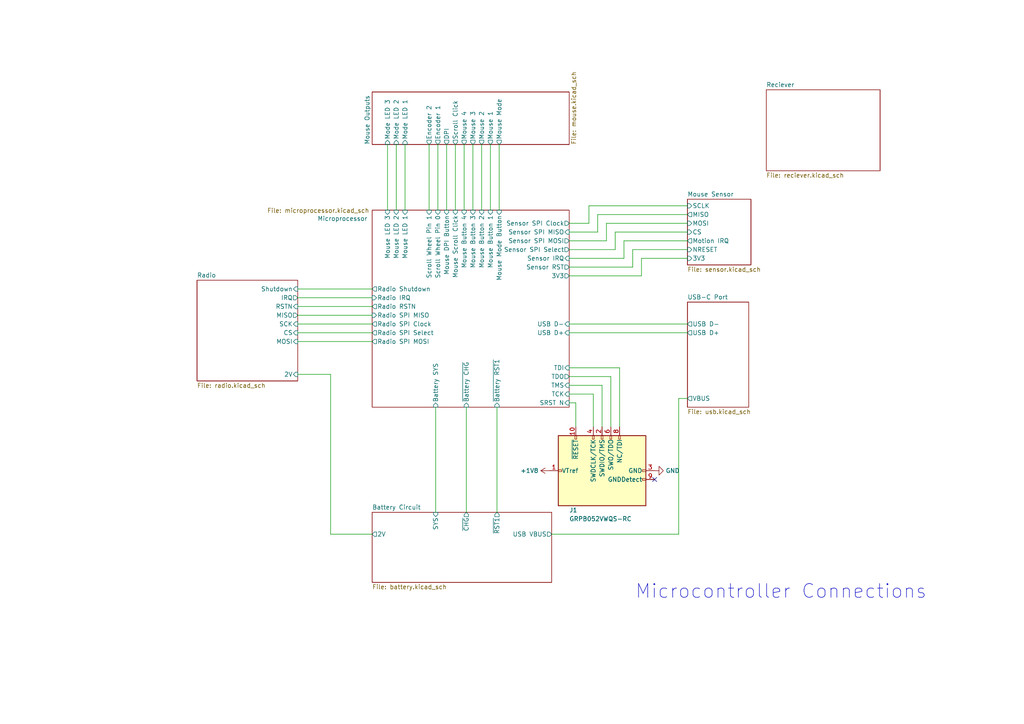
<source format=kicad_sch>
(kicad_sch (version 20211123) (generator eeschema)
  (paper "A4")
  (lib_symbols
    (symbol "Connector:Conn_ARM_JTAG_SWD_10" (pin_names (offset 1.016))
      (property "Reference" "J" (at -2.54 16.51 0))
      (property "Value" "Conn_ARM_JTAG_SWD_10" (at -2.54 13.97 0))
      (symbol "Conn_ARM_JTAG_SWD_10_0_1"
        (rectangle (start -10.16 12.7) (end 10.16 -12.7) (stroke (width 0.254)) (fill (type background)))
        (rectangle (start -2.794 -12.7) (end -2.286 -11.684))
        (rectangle (start -0.254 -12.7) (end 0.254 -11.684))
        (rectangle (start -0.254 12.7) (end 0.254 11.684))
        (rectangle (start 9.144 2.286) (end 10.16 2.794))
        (rectangle (start 10.16 -2.794) (end 9.144 -2.286))
        (rectangle (start 10.16 -0.254) (end 9.144 0.254))
        (rectangle (start 10.16 7.874) (end 9.144 7.366))
      )
      (symbol "Conn_ARM_JTAG_SWD_10_1_1"
        (rectangle (start 9.144 -5.334) (end 10.16 -4.826))
        (pin power_in line (at 0 15.24 270) (length 2.54) (name "VTref") (number "1"))
        (pin open_collector line (at 12.7 7.62 180) (length 2.54) (name "~{RESET}") (number "10"))
        (pin bidirectional line (at 12.7 0 180) (length 2.54) (name "SWDIO/TMS") (number "2"))
        (pin power_in line (at 0 -15.24 90) (length 2.54) (name "GND") (number "3"))
        (pin output line (at 12.7 2.54 180) (length 2.54) (name "SWDCLK/TCK") (number "4"))
        (pin passive line (at 0 -15.24 90) (length 2.54) hide (name "GND") (number "5"))
        (pin input line (at 12.7 -2.54 180) (length 2.54) (name "SWO/TDO") (number "6"))
        (pin no_connect line (at -10.16 0 0) (length 2.54) hide (name "KEY") (number "7"))
        (pin output line (at 12.7 -5.08 180) (length 2.54) (name "NC/TDI") (number "8"))
        (pin passive line (at -2.54 -15.24 90) (length 2.54) (name "GNDDetect") (number "9"))
      )
    )
    (symbol "power:+1V8" (power) (pin_names (offset 0))
      (property "Value" "+1V8" (at 0 3.556 0))
      (symbol "+1V8_0_1"
        (polyline (pts (xy -0.762 1.27) (xy 0 2.54)))
        (polyline (pts (xy 0 0) (xy 0 2.54)))
        (polyline (pts (xy 0 2.54) (xy 0.762 1.27)))
      )
      (symbol "+1V8_1_1"
        (pin power_in line (at 0 0 90) (length 0) hide (name "+1V8") (number "1"))
      )
    )
    (symbol "power:GND" (power) (pin_names (offset 0))
      (property "Value" "GND" (at 0 -3.81 0))
      (symbol "GND_0_1"
        (polyline (pts (xy 0 0) (xy 0 -1.27) (xy 1.27 -1.27) (xy 0 -2.54) (xy -1.27 -1.27) (xy 0 -1.27)))
      )
      (symbol "GND_1_1"
        (pin power_in line (at 0 0 270) (length 0) hide (name "GND") (number "1"))
      )
    )
  )
  (no_connect (at 189.865 139.065))
  (wire (pts (xy 167.005 116.84) (xy 167.005 123.825)))
  (wire (pts (xy 165.1 96.52) (xy 199.39 96.52)))
  (wire (pts (xy 165.1 114.3) (xy 172.085 114.3)))
  (wire (pts (xy 165.1 77.47) (xy 183.515 77.47)))
  (wire (pts (xy 165.1 72.39) (xy 178.435 72.39)))
  (wire (pts (xy 183.515 72.39) (xy 183.515 77.47)))
  (wire (pts (xy 165.1 106.68) (xy 179.705 106.68)))
  (wire (pts (xy 95.885 154.94) (xy 107.95 154.94)))
  (wire (pts (xy 86.36 86.36) (xy 107.95 86.36)))
  (wire (pts (xy 86.36 99.06) (xy 107.95 99.06)))
  (wire (pts (xy 165.1 74.93) (xy 180.975 74.93)))
  (wire (pts (xy 170.815 59.69) (xy 199.39 59.69)))
  (wire (pts (xy 137.16 41.91) (xy 137.16 60.96)))
  (wire (pts (xy 124.46 41.91) (xy 124.46 60.96)))
  (wire (pts (xy 126.365 118.11) (xy 126.365 148.59)))
  (wire (pts (xy 165.1 111.76) (xy 174.625 111.76)))
  (wire (pts (xy 175.895 64.77) (xy 199.39 64.77)))
  (wire (pts (xy 135.255 118.11) (xy 135.255 148.59)))
  (wire (pts (xy 174.625 111.76) (xy 174.625 123.825)))
  (wire (pts (xy 142.24 41.91) (xy 142.24 60.96)))
  (wire (pts (xy 178.435 67.31) (xy 178.435 72.39)))
  (wire (pts (xy 199.39 115.57) (xy 196.85 115.57)))
  (wire (pts (xy 86.36 96.52) (xy 107.95 96.52)))
  (wire (pts (xy 165.1 116.84) (xy 167.005 116.84)))
  (wire (pts (xy 86.36 108.585) (xy 95.885 108.585)))
  (wire (pts (xy 139.7 41.91) (xy 139.7 60.96)))
  (wire (pts (xy 180.975 74.93) (xy 180.975 69.85)))
  (wire (pts (xy 196.85 154.94) (xy 160.02 154.94)))
  (wire (pts (xy 165.1 109.22) (xy 177.165 109.22)))
  (wire (pts (xy 165.1 69.85) (xy 175.895 69.85)))
  (wire (pts (xy 177.165 109.22) (xy 177.165 123.825)))
  (wire (pts (xy 134.62 41.91) (xy 134.62 60.96)))
  (wire (pts (xy 180.975 69.85) (xy 199.39 69.85)))
  (wire (pts (xy 129.54 41.91) (xy 129.54 60.96)))
  (wire (pts (xy 86.36 93.98) (xy 107.95 93.98)))
  (wire (pts (xy 199.39 67.31) (xy 178.435 67.31)))
  (wire (pts (xy 86.36 91.44) (xy 107.95 91.44)))
  (wire (pts (xy 95.885 108.585) (xy 95.885 154.94)))
  (wire (pts (xy 144.145 118.11) (xy 144.145 148.59)))
  (wire (pts (xy 86.36 88.9) (xy 107.95 88.9)))
  (wire (pts (xy 175.895 69.85) (xy 175.895 64.77)))
  (wire (pts (xy 127 41.91) (xy 127 60.96)))
  (wire (pts (xy 199.39 62.23) (xy 173.355 62.23)))
  (wire (pts (xy 196.85 115.57) (xy 196.85 154.94)))
  (wire (pts (xy 170.815 64.77) (xy 170.815 59.69)))
  (wire (pts (xy 172.085 114.3) (xy 172.085 123.825)))
  (wire (pts (xy 165.1 93.98) (xy 199.39 93.98)))
  (wire (pts (xy 114.935 41.91) (xy 114.935 60.96)))
  (wire (pts (xy 199.39 72.39) (xy 183.515 72.39)))
  (wire (pts (xy 186.055 74.93) (xy 199.39 74.93)))
  (wire (pts (xy 173.355 62.23) (xy 173.355 67.31)))
  (wire (pts (xy 112.395 41.91) (xy 112.395 60.96)))
  (wire (pts (xy 132.08 41.91) (xy 132.08 60.96)))
  (wire (pts (xy 165.1 64.77) (xy 170.815 64.77)))
  (wire (pts (xy 179.705 106.68) (xy 179.705 123.825)))
  (wire (pts (xy 165.1 80.01) (xy 186.055 80.01)))
  (wire (pts (xy 186.055 80.01) (xy 186.055 74.93)))
  (wire (pts (xy 173.355 67.31) (xy 165.1 67.31)))
  (wire (pts (xy 117.475 41.91) (xy 117.475 60.96)))
  (wire (pts (xy 144.78 41.91) (xy 144.78 60.96)))
  (wire (pts (xy 86.36 83.82) (xy 107.95 83.82)))
  (text "Microcontroller Connections" (at 184.15 173.99 0) (effects (font (size 4 4)) (justify left bottom)))
  (symbol (lib_id "power:+1V8") (at 159.385 136.525 90) (unit 1)
    (property "Reference" "#PWR01" (effects hide))
    (property "Value" "+1V8" (at 156.21 136.5249 90) (effects (justify left)))
  )
  (symbol (lib_id "power:GND") (at 189.865 136.525 90) (unit 1)
    (property "Reference" "#PWR02" (effects hide))
    (property "Value" "GND" (at 193.04 136.5249 90) (effects (justify right)))
  )
  (symbol (lib_id "Connector:Conn_ARM_JTAG_SWD_10") (at 174.625 136.525 90) (unit 1)
    (property "Reference" "J1" (at 165.1 147.955 90) (effects (justify right)))
    (property "Value" "GRPB052VWQS-RC" (at 165.1 150.495 90) (effects (justify right)))
    (property "Footprint" "Connector_PinHeader_1.27mm:PinHeader_2x05_P1.27mm_Vertical_SMD" (effects hide))
    (property "Datasheet" "http://infocenter.arm.com/help/topic/com.arm.doc.ddi0314h/DDI0314H_coresight_components_trm.pdf" (effects hide))
    (property "DIGIKEY" "GRPB052VWQS-RC" (effects hide))
  )
  (sheet (at 57.15 81.28) (size 29.21 29.21) (stroke (width 0.1524))
    (property "Sheet name" "Radio" (at 57.15 80.5684 0) (effects (justify left bottom)))
    (property "Sheet file" "radio.kicad_sch" (at 57.15 111.0746 0) (effects (justify left top)))
    (pin "Shutdown" input (at 86.36 83.82 0))
    (pin "RSTN" input (at 86.36 88.9 0))
    (pin "IRQ" output (at 86.36 86.36 0))
    (pin "SCK" input (at 86.36 93.98 0))
    (pin "MOSI" input (at 86.36 99.06 0))
    (pin "MISO" output (at 86.36 91.44 0))
    (pin "CS" input (at 86.36 96.52 0))
    (pin "2V" input (at 86.36 108.585 0))
  )
  (sheet (at 107.95 148.59) (size 52.07 20.32) (stroke (width 0.1524))
    (property "Sheet name" "Battery Circuit" (at 107.95 147.8784 0) (effects (justify left bottom)))
    (property "Sheet file" "battery.kicad_sch" (at 107.95 169.4946 0) (effects (justify left top)))
    (pin "USB VBUS" output (at 160.02 154.94 0))
    (pin "~{CHG}" output (at 135.255 148.59 90))
    (pin "~{RST1}" output (at 144.145 148.59 90))
    (pin "SYS" input (at 126.365 148.59 90))
    (pin "2V" output (at 107.95 154.94 180))
  )
  (sheet (at 107.95 60.96) (size 57.15 57.15) (stroke (width 0.1524))
    (property "Sheet name" "Microprocessor" (at 92.075 64.135 0) (effects (justify left bottom)))
    (property "Sheet file" "microprocessor.kicad_sch" (at 77.47 60.325 0) (effects (justify left top)))
    (pin "Scroll Wheel Pin 0" input (at 127 60.96 90))
    (pin "Scroll Wheel Pin 1" input (at 124.46 60.96 90))
    (pin "Mouse Button 1" input (at 142.24 60.96 90))
    (pin "Mouse Button 2" input (at 139.7 60.96 90))
    (pin "USB D+" input (at 165.1 96.52 0))
    (pin "USB D-" input (at 165.1 93.98 0))
    (pin "Mouse Button 3" input (at 137.16 60.96 90))
    (pin "Mouse Button 4" input (at 134.62 60.96 90))
    (pin "Mouse DPI Button" input (at 129.54 60.96 90))
    (pin "Mouse Scroll Click" input (at 132.08 60.96 90))
    (pin "Radio SPI MISO" input (at 107.95 91.44 180))
    (pin "Radio Shutdown" output (at 107.95 83.82 180))
    (pin "Radio RSTN" output (at 107.95 88.9 180))
    (pin "Radio IRQ" input (at 107.95 86.36 180))
    (pin "Radio SPI MOSI" output (at 107.95 99.06 180))
    (pin "Radio SPI Clock" output (at 107.95 93.98 180))
    (pin "Radio SPI Select" output (at 107.95 96.52 180))
    (pin "Sensor SPI Clock" output (at 165.1 64.77 0))
    (pin "Sensor SPI MISO" input (at 165.1 67.31 0))
    (pin "Sensor SPI MOSI" output (at 165.1 69.85 0))
    (pin "Sensor SPI Select" output (at 165.1 72.39 0))
    (pin "TMS" input (at 165.1 111.76 0))
    (pin "TCK" input (at 165.1 114.3 0))
    (pin "TDI" input (at 165.1 106.68 0))
    (pin "Sensor IRQ" input (at 165.1 74.93 0))
    (pin "Sensor RST" output (at 165.1 77.47 0))
    (pin "Mouse Mode Button" input (at 144.78 60.96 90))
    (pin "SRST N" input (at 165.1 116.84 0))
    (pin "Mouse LED 1" input (at 117.475 60.96 90))
    (pin "Mouse LED 2" input (at 114.935 60.96 90))
    (pin "Mouse LED 3" input (at 112.395 60.96 90))
    (pin "TDO" output (at 165.1 109.22 0))
    (pin "~{Battery RST1}" input (at 144.145 118.11 270))
    (pin "~{Battery CHG}" input (at 135.255 118.11 270))
    (pin "Battery SYS" input (at 126.365 118.11 270))
    (pin "3V3" output (at 165.1 80.01 0))
  )
  (sheet (at 199.39 57.785) (size 18.415 19.05) (stroke (width 0.1524))
    (property "Sheet name" "Mouse Sensor" (at 199.39 57.0734 0) (effects (justify left bottom)))
    (property "Sheet file" "sensor.kicad_sch" (at 199.39 77.4196 0) (effects (justify left top)))
    (pin "MOSI" input (at 199.39 64.77 180))
    (pin "SCLK" input (at 199.39 59.69 180))
    (pin "Motion IRQ" output (at 199.39 69.85 180))
    (pin "CS" input (at 199.39 67.31 180))
    (pin "MISO" output (at 199.39 62.23 180))
    (pin "NRESET" input (at 199.39 72.39 180))
    (pin "3V3" input (at 199.39 74.93 180))
  )
  (sheet (at 199.39 87.63) (size 17.78 30.48) (stroke (width 0.1524))
    (property "Sheet name" "USB-C Port" (at 199.39 86.9184 0) (effects (justify left bottom)))
    (property "Sheet file" "usb.kicad_sch" (at 199.39 118.6946 0) (effects (justify left top)))
    (pin "USB D+" output (at 199.39 96.52 180))
    (pin "USB D-" output (at 199.39 93.98 180))
    (pin "VBUS" output (at 199.39 115.57 180))
  )
  (sheet (at 222.25 26.035) (size 33.02 23.495) (stroke (width 0.1524))
    (property "Sheet name" "Reciever" (at 222.25 25.3234 0) (effects (justify left bottom)))
    (property "Sheet file" "reciever.kicad_sch" (at 222.25 50.1146 0) (effects (justify left top)))
  )
  (sheet (at 107.95 26.67) (size 57.15 15.24) (stroke (width 0.1524))
    (property "Sheet name" "Mouse Outputs" (at 107.2384 41.91 90) (effects (justify left bottom)))
    (property "Sheet file" "mouse.kicad_sch" (at 165.6846 41.91 90) (effects (justify left top)))
    (pin "Mouse 3" output (at 137.16 41.91 270))
    (pin "Mouse 4" output (at 134.62 41.91 270))
    (pin "Mouse 2" output (at 139.7 41.91 270))
    (pin "Mouse 1" output (at 142.24 41.91 270))
    (pin "DPI" output (at 129.54 41.91 270))
    (pin "Scroll Click" output (at 132.08 41.91 270))
    (pin "Encoder 2" output (at 124.46 41.91 270))
    (pin "Encoder 1" output (at 127 41.91 270))
    (pin "Mouse Mode" output (at 144.78 41.91 270))
    (pin "Mode LED 2" input (at 114.935 41.91 270))
    (pin "Mode LED 3" input (at 112.395 41.91 270))
    (pin "Mode LED 1" input (at 117.475 41.91 270))
  )
)
</source>
